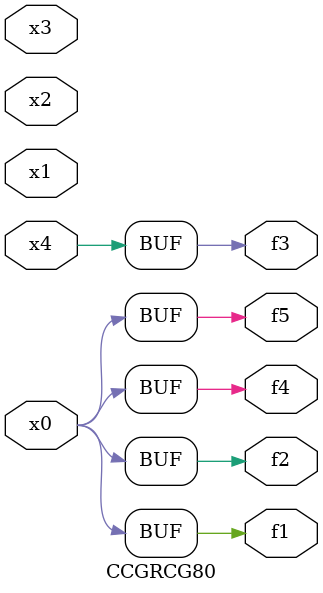
<source format=v>
module CCGRCG80(
	input x0, x1, x2, x3, x4,
	output f1, f2, f3, f4, f5
);
	assign f1 = x0;
	assign f2 = x0;
	assign f3 = x4;
	assign f4 = x0;
	assign f5 = x0;
endmodule

</source>
